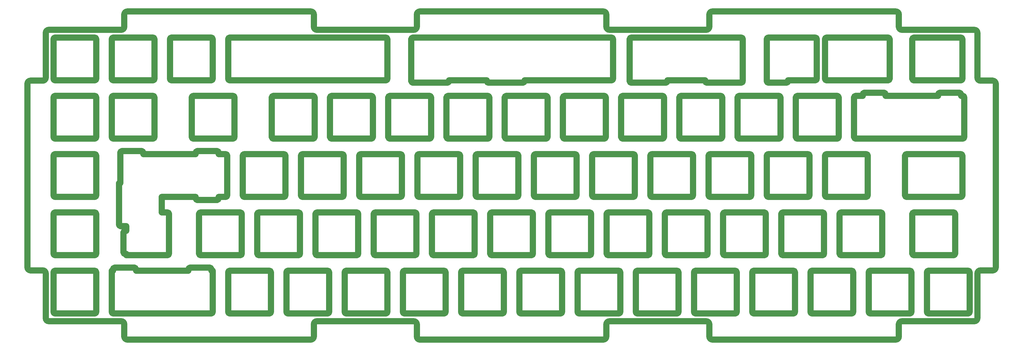
<source format=gbr>
G04 #@! TF.GenerationSoftware,KiCad,Pcbnew,(5.1.10)-1*
G04 #@! TF.CreationDate,2022-05-31T17:31:57+07:00*
G04 #@! TF.ProjectId,FR4 Plate,46523420-506c-4617-9465-2e6b69636164,rev?*
G04 #@! TF.SameCoordinates,Original*
G04 #@! TF.FileFunction,Soldermask,Bot*
G04 #@! TF.FilePolarity,Negative*
%FSLAX46Y46*%
G04 Gerber Fmt 4.6, Leading zero omitted, Abs format (unit mm)*
G04 Created by KiCad (PCBNEW (5.1.10)-1) date 2022-05-31 17:31:57*
%MOMM*%
%LPD*%
G01*
G04 APERTURE LIST*
%ADD10C,2.000000*%
G04 APERTURE END LIST*
D10*
X-26699999Y6024999D02*
G75*
G02*
X-25699999Y5024999I0J-1000000D01*
G01*
X-86700000Y6024999D02*
X-26699999Y6024999D01*
X-87700000Y5024999D02*
G75*
G02*
X-86700000Y6024999I1000000J0D01*
G01*
X-87700000Y1024999D02*
X-87700000Y5024999D01*
X-87700001Y1024999D02*
G75*
G02*
X-88700000Y25000I-999999J0D01*
G01*
X-120400000Y24999D02*
X-88700000Y25000D01*
X-120400000Y24999D02*
G75*
G02*
X-121400000Y1024999I0J1000000D01*
G01*
X-121400000Y5024999D02*
X-121400000Y1024999D01*
X-122399999Y6025000D02*
G75*
G02*
X-121400000Y5024999I-1J-1000000D01*
G01*
X-182400000Y6024999D02*
X-122400000Y6025000D01*
X-183400000Y5024999D02*
G75*
G02*
X-182400000Y6024999I1000000J0D01*
G01*
X-183400000Y1024999D02*
X-183400000Y5024999D01*
X-183400001Y1024999D02*
G75*
G02*
X-184400000Y25000I-999999J0D01*
G01*
X-216099999Y24999D02*
X-184400000Y25000D01*
X-216099999Y24999D02*
G75*
G02*
X-217099999Y1024999I0J1000000D01*
G01*
X-217099999Y5024999D02*
X-217099999Y1024999D01*
X-218100000Y6025000D02*
G75*
G02*
X-217099999Y5024999I0J-1000001D01*
G01*
X-278099999Y6024999D02*
X-218100000Y6024999D01*
X-279100000Y5025000D02*
G75*
G02*
X-278099999Y6024999I1000000J-1D01*
G01*
X-279100000Y1024999D02*
X-279100000Y5024999D01*
X-279100001Y1025000D02*
G75*
G02*
X-280099999Y25000I-999999J-1D01*
G01*
X-303800000Y25000D02*
X-280099999Y25000D01*
X-304799999Y-975001D02*
G75*
G02*
X-303800000Y25000I1000000J1D01*
G01*
X-304800000Y-15599999D02*
X-304800000Y-975000D01*
X-304800000Y-15599999D02*
G75*
G02*
X-305800000Y-16599999I-1000000J0D01*
G01*
X-309799999Y-16599999D02*
X-305800000Y-16599999D01*
X-310800000Y-17600000D02*
G75*
G02*
X-309799999Y-16599999I1000001J0D01*
G01*
X-310799999Y-77599999D02*
X-310799999Y-17599999D01*
X-309800000Y-78600000D02*
G75*
G02*
X-310799999Y-77599999I1J1000000D01*
G01*
X-305800000Y-78600000D02*
X-309799999Y-78600000D01*
X-305800000Y-78600000D02*
G75*
G02*
X-304800000Y-79600000I0J-1000000D01*
G01*
X-304800000Y-94225000D02*
X-304800000Y-79600000D01*
X-303799998Y-95225000D02*
G75*
G02*
X-304800000Y-94225000I-1J1000001D01*
G01*
X-280099999Y-95224999D02*
X-303800000Y-95225000D01*
X-280099998Y-95224999D02*
G75*
G02*
X-279099999Y-96225000I-1J-1000000D01*
G01*
X-279099999Y-100225000D02*
X-279099999Y-96225000D01*
X-278099998Y-101224999D02*
G75*
G02*
X-279099999Y-100225000I-1J1000000D01*
G01*
X-218100000Y-101225000D02*
X-278099999Y-101225000D01*
X-217099999Y-100224999D02*
G75*
G02*
X-218100000Y-101225000I-1000001J0D01*
G01*
X-217099999Y-96225000D02*
X-217099999Y-100224999D01*
X-217099998Y-96224999D02*
G75*
G02*
X-216099999Y-95225000I999999J0D01*
G01*
X-184400000Y-95224999D02*
X-216099999Y-95225000D01*
X-184399999Y-95224999D02*
G75*
G02*
X-183400000Y-96225000I-1J-1000000D01*
G01*
X-183400000Y-100225000D02*
X-183400000Y-96225000D01*
X-182399999Y-101224999D02*
G75*
G02*
X-183400000Y-100225000I-1J1000000D01*
G01*
X-122400000Y-101225000D02*
X-182400000Y-101225000D01*
X-121400000Y-100225000D02*
G75*
G02*
X-122400000Y-101225000I-1000000J0D01*
G01*
X-121400000Y-96225000D02*
X-121400000Y-100224999D01*
X-121399999Y-96224999D02*
G75*
G02*
X-120400000Y-95225000I999999J0D01*
G01*
X-88700000Y-95225000D02*
X-120400000Y-95225000D01*
X-88699999Y-95225000D02*
G75*
G02*
X-87699999Y-96225000I0J-1000000D01*
G01*
X-87699999Y-100225000D02*
X-87699999Y-96225000D01*
X-86699999Y-101225000D02*
G75*
G02*
X-87699999Y-100225000I0J1000000D01*
G01*
X-26700000Y-101225000D02*
X-86699999Y-101225000D01*
X-25699999Y-100224999D02*
G75*
G02*
X-26700000Y-101225000I-1000001J0D01*
G01*
X-25699999Y-96225000D02*
X-25699999Y-100224999D01*
X-25699998Y-96224999D02*
G75*
G02*
X-24699999Y-95225000I999999J0D01*
G01*
X-1000000Y-95225000D02*
X-24699999Y-95225000D01*
X0Y-94225000D02*
G75*
G02*
X-1000000Y-95225000I-1000000J0D01*
G01*
X0Y-79600000D02*
X0Y-94225000D01*
X0Y-79600000D02*
G75*
G02*
X1000000Y-78600000I1000000J0D01*
G01*
X4999999Y-78600000D02*
X1000000Y-78600000D01*
X5999999Y-77600000D02*
G75*
G02*
X4999999Y-78600000I-1000000J0D01*
G01*
X5999999Y-17599999D02*
X6000000Y-77599999D01*
X4999999Y-16599999D02*
G75*
G02*
X5999999Y-17599999I0J-1000000D01*
G01*
X1000000Y-16599999D02*
X4999999Y-16599999D01*
X1000000Y-16599999D02*
G75*
G02*
X0Y-15599999I0J1000000D01*
G01*
X0Y-975000D02*
X0Y-15599999D01*
X-1000000Y25000D02*
G75*
G02*
X0Y-975000I0J-1000000D01*
G01*
X-24699999Y24999D02*
X-1000000Y24999D01*
X-24699999Y24999D02*
G75*
G02*
X-25699999Y1024999I0J1000000D01*
G01*
X-25699999Y5024999D02*
X-25699999Y1024999D01*
X-235599999Y-73150000D02*
X-235599999Y-60150000D01*
X-235099997Y-73650000D02*
G75*
G02*
X-235599999Y-73150000I-1J500001D01*
G01*
X-222099999Y-73650000D02*
X-235099999Y-73650000D01*
X-221599998Y-73149999D02*
G75*
G02*
X-222099999Y-73650000I-500001J0D01*
G01*
X-221599999Y-60150000D02*
X-221599999Y-73150000D01*
X-222099999Y-59650000D02*
G75*
G02*
X-221599999Y-60150000I0J-500000D01*
G01*
X-235099999Y-59650000D02*
X-222099999Y-59650000D01*
X-235599999Y-60150000D02*
G75*
G02*
X-235099999Y-59650000I500000J0D01*
G01*
X-212074999Y-79200000D02*
X-212074999Y-92200000D01*
X-212574997Y-78700000D02*
G75*
G02*
X-212074999Y-79200000I-1J-499999D01*
G01*
X-225574999Y-78700000D02*
X-212574999Y-78700000D01*
X-226074998Y-79199999D02*
G75*
G02*
X-225574999Y-78700000I499999J0D01*
G01*
X-226074999Y-92200000D02*
X-226074998Y-79200000D01*
X-225574999Y-92700000D02*
G75*
G02*
X-226074999Y-92200000I0J500000D01*
G01*
X-212574999Y-92700000D02*
X-225574999Y-92700000D01*
X-212074999Y-92200000D02*
G75*
G02*
X-212574999Y-92700000I-500000J0D01*
G01*
X-69199999Y-73150001D02*
G75*
G02*
X-69700000Y-73650000I-500000J1D01*
G01*
X-82699999Y-73650000D02*
X-69700000Y-73650000D01*
X-82700000Y-73650000D02*
G75*
G02*
X-83200000Y-73150000I0J500000D01*
G01*
X-83200000Y-60150000D02*
X-83200000Y-73150000D01*
X-83200000Y-60149999D02*
G75*
G02*
X-82699999Y-59650000I500000J-1D01*
G01*
X-69700000Y-59650000D02*
X-82699999Y-59650000D01*
X-69700000Y-59650000D02*
G75*
G02*
X-69200000Y-60150000I0J-500000D01*
G01*
X-69200000Y-73150000D02*
X-69200000Y-60150000D01*
X-50650000Y-73650000D02*
X-63650000Y-73650000D01*
X-50149999Y-73150001D02*
G75*
G02*
X-50650000Y-73650000I-500000J1D01*
G01*
X-50150000Y-60150000D02*
X-50150000Y-73150000D01*
X-50649999Y-59650001D02*
G75*
G02*
X-50150000Y-60150000I0J-499999D01*
G01*
X-63650000Y-59650000D02*
X-50650000Y-59650000D01*
X-64150000Y-60150000D02*
G75*
G02*
X-63650000Y-59650000I500000J0D01*
G01*
X-64150000Y-73150000D02*
X-64150000Y-60150000D01*
X-63650000Y-73650000D02*
G75*
G02*
X-64150000Y-73150000I0J500000D01*
G01*
X-257030999Y-35050000D02*
X-257030998Y-22050000D01*
X-256530998Y-35549999D02*
G75*
G02*
X-257030999Y-35050000I-1J500000D01*
G01*
X-243530999Y-35550000D02*
X-256530999Y-35550000D01*
X-243030998Y-35049999D02*
G75*
G02*
X-243530999Y-35550000I-500001J0D01*
G01*
X-243030999Y-22050000D02*
X-243030999Y-35050000D01*
X-243530999Y-21550000D02*
G75*
G02*
X-243030999Y-22050000I0J-500000D01*
G01*
X-256530999Y-21550001D02*
X-243530999Y-21549999D01*
X-257030998Y-22050000D02*
G75*
G02*
X-256530999Y-21550001I499999J0D01*
G01*
X-73675000Y-92200000D02*
X-73675000Y-79200000D01*
X-73175000Y-92700000D02*
G75*
G02*
X-73675000Y-92200000I0J500000D01*
G01*
X-60175000Y-92700000D02*
X-73175000Y-92700000D01*
X-59675000Y-92200000D02*
G75*
G02*
X-60175000Y-92700000I-500000J0D01*
G01*
X-59675000Y-79200000D02*
X-59675000Y-92200000D01*
X-60174999Y-78700001D02*
G75*
G02*
X-59675000Y-79200000I0J-499999D01*
G01*
X-73175000Y-78700000D02*
X-60175000Y-78700000D01*
X-73675000Y-79200000D02*
G75*
G02*
X-73175000Y-78700000I500000J0D01*
G01*
X-254649999Y-60150000D02*
G75*
G02*
X-254149999Y-59650000I500000J0D01*
G01*
X-241149999Y-59650000D02*
X-254149999Y-59650000D01*
X-241149997Y-59650000D02*
G75*
G02*
X-240649999Y-60150000I-1J-499999D01*
G01*
X-240649999Y-73150000D02*
X-240649999Y-60150000D01*
X-240649999Y-73150000D02*
G75*
G02*
X-241149999Y-73650000I-500000J0D01*
G01*
X-254149999Y-73649999D02*
X-241149999Y-73650000D01*
X-254149999Y-73650000D02*
G75*
G02*
X-254649999Y-73150000I0J500000D01*
G01*
X-254649999Y-60150000D02*
X-254649999Y-73150000D01*
X-111275000Y-92700000D02*
G75*
G02*
X-111775000Y-92200000I0J500000D01*
G01*
X-111775000Y-79200000D02*
X-111775000Y-92200000D01*
X-111775000Y-79200000D02*
G75*
G02*
X-111275000Y-78700000I500000J0D01*
G01*
X-98275000Y-78700000D02*
X-111275000Y-78700000D01*
X-98275000Y-78700000D02*
G75*
G02*
X-97775000Y-79200000I0J-500000D01*
G01*
X-97775000Y-92200000D02*
X-97775000Y-79200000D01*
X-97775000Y-92200000D02*
G75*
G02*
X-98275000Y-92700000I-500000J0D01*
G01*
X-111275000Y-92700000D02*
X-98275000Y-92700000D01*
X-101749998Y-73650000D02*
G75*
G02*
X-102250000Y-73150000I-1J500001D01*
G01*
X-102250000Y-60150000D02*
X-102250000Y-73150000D01*
X-102250000Y-60150000D02*
G75*
G02*
X-101750000Y-59650000I500000J0D01*
G01*
X-88750000Y-59650000D02*
X-101750000Y-59650000D01*
X-88749998Y-59650000D02*
G75*
G02*
X-88250000Y-60150000I-1J-499999D01*
G01*
X-88250000Y-73150000D02*
X-88250000Y-60150000D01*
X-88250000Y-73150000D02*
G75*
G02*
X-88750000Y-73650000I-500000J0D01*
G01*
X-101750000Y-73650000D02*
X-88750000Y-73650000D01*
X-120800000Y-73650000D02*
G75*
G02*
X-121300000Y-73150000I0J500000D01*
G01*
X-121300000Y-60150000D02*
X-121300000Y-73150000D01*
X-121300000Y-60150000D02*
G75*
G02*
X-120800000Y-59650000I500000J0D01*
G01*
X-107800000Y-59650000D02*
X-120800000Y-59650000D01*
X-107799999Y-59649999D02*
G75*
G02*
X-107300000Y-60150000I-1J-500000D01*
G01*
X-107300000Y-73150000D02*
X-107300000Y-60150000D01*
X-107300000Y-73150000D02*
G75*
G02*
X-107800000Y-73650000I-500000J0D01*
G01*
X-120800000Y-73650000D02*
X-107800000Y-73650000D01*
X-193024998Y-92200001D02*
G75*
G02*
X-193524999Y-92700000I-500000J1D01*
G01*
X-206524999Y-92699999D02*
X-193524999Y-92700000D01*
X-206524999Y-92699999D02*
G75*
G02*
X-207024998Y-92200000I0J499999D01*
G01*
X-207024998Y-79200000D02*
X-207024998Y-92200000D01*
X-207024998Y-79200001D02*
G75*
G02*
X-206524999Y-78700000I500000J1D01*
G01*
X-193524999Y-78700000D02*
X-206524999Y-78700000D01*
X-193524997Y-78700000D02*
G75*
G02*
X-193024999Y-79200000I-1J-499999D01*
G01*
X-193024999Y-92200000D02*
X-193024999Y-79200000D01*
X-5405998Y-2500000D02*
G75*
G02*
X-4905999Y-3000001I-1J-500000D01*
G01*
X-4905999Y-16000001D02*
X-4905999Y-3000001D01*
X-4905999Y-16000001D02*
G75*
G02*
X-5405999Y-16500001I-500000J0D01*
G01*
X-20788000Y-16500001D02*
X-5405999Y-16500001D01*
X-20788000Y-16500001D02*
G75*
G02*
X-21288000Y-16000001I0J500000D01*
G01*
X-21288000Y-3000001D02*
X-21288000Y-16000001D01*
X-21288000Y-3000001D02*
G75*
G02*
X-20788000Y-2500001I500000J0D01*
G01*
X-5405999Y-2500001D02*
X-20788000Y-2500001D01*
X-202549999Y-73150000D02*
G75*
G02*
X-203049999Y-73650000I-500000J0D01*
G01*
X-216049999Y-73650000D02*
X-203049999Y-73650000D01*
X-216049998Y-73649999D02*
G75*
G02*
X-216549999Y-73150000I-1J500000D01*
G01*
X-216549999Y-60150000D02*
X-216549999Y-73150000D01*
X-216549998Y-60150001D02*
G75*
G02*
X-216049999Y-59650000I500000J1D01*
G01*
X-203049999Y-59650000D02*
X-216049999Y-59650000D01*
X-203049999Y-59650000D02*
G75*
G02*
X-202549999Y-60150000I0J-500000D01*
G01*
X-202549999Y-73150000D02*
X-202549999Y-60150000D01*
X-2524999Y-92199999D02*
G75*
G02*
X-3025000Y-92700000I-500001J0D01*
G01*
X-16024999Y-92700000D02*
X-3025000Y-92700000D01*
X-16025000Y-92699999D02*
G75*
G02*
X-16524999Y-92200000I0J499999D01*
G01*
X-16524999Y-79200000D02*
X-16524999Y-92200000D01*
X-16524999Y-79199998D02*
G75*
G02*
X-16024999Y-78700000I499999J-1D01*
G01*
X-3025000Y-78700000D02*
X-16024999Y-78700000D01*
X-3024999Y-78700000D02*
G75*
G02*
X-2524999Y-79200000I0J-500000D01*
G01*
X-2524999Y-92200000D02*
X-2524999Y-79200000D01*
X-288274999Y-35050000D02*
G75*
G02*
X-288774999Y-35550000I-500000J0D01*
G01*
X-301774999Y-35550000D02*
X-288774999Y-35550000D01*
X-301774999Y-35550000D02*
G75*
G02*
X-302274999Y-35050000I0J500000D01*
G01*
X-302274998Y-22050000D02*
X-302274999Y-35050000D01*
X-302274998Y-22050000D02*
G75*
G02*
X-301774999Y-21550001I499999J0D01*
G01*
X-288774999Y-21550000D02*
X-301774999Y-21550001D01*
X-288774999Y-21549999D02*
G75*
G02*
X-288274999Y-22049999I0J-500000D01*
G01*
X-288274999Y-35050000D02*
X-288274999Y-22049999D01*
X-40337000Y-35050000D02*
X-40336999Y-22050000D01*
X-39837000Y-35550000D02*
G75*
G02*
X-40337000Y-35050000I0J500000D01*
G01*
X-4786999Y-35550000D02*
X-39837000Y-35550000D01*
X-4286999Y-35050000D02*
G75*
G02*
X-4786999Y-35550000I-500000J0D01*
G01*
X-4286999Y-22050000D02*
X-4286999Y-35050000D01*
X-4786999Y-21550000D02*
G75*
G02*
X-4286999Y-22050000I0J-500000D01*
G01*
X-5330999Y-21550001D02*
X-4787000Y-21550000D01*
X-5330999Y-21080001D02*
X-5330999Y-21550001D01*
X-5831000Y-20580000D02*
G75*
G02*
X-5330999Y-21080001I0J-500001D01*
G01*
X-12355999Y-20580001D02*
X-5830999Y-20580001D01*
X-12855999Y-21080001D02*
G75*
G02*
X-12355999Y-20580001I500000J0D01*
G01*
X-12856000Y-21550001D02*
X-12855999Y-21080001D01*
X-30006000Y-21550001D02*
X-12856000Y-21550001D01*
X-30006000Y-21080001D02*
X-30006000Y-21550001D01*
X-30506000Y-20580001D02*
G75*
G02*
X-30006000Y-21080001I0J-500000D01*
G01*
X-37031000Y-20580001D02*
X-30506000Y-20580001D01*
X-37531000Y-21080001D02*
G75*
G02*
X-37031000Y-20580001I500000J0D01*
G01*
X-37530999Y-21550001D02*
X-37531000Y-21080001D01*
X-39837000Y-21550001D02*
X-37530999Y-21550001D01*
X-40336999Y-22050000D02*
G75*
G02*
X-39837000Y-21550001I499999J0D01*
G01*
X-22074999Y-92700000D02*
X-35075000Y-92700000D01*
X-21575000Y-92199999D02*
G75*
G02*
X-22074999Y-92700000I-500000J-1D01*
G01*
X-21574999Y-79200000D02*
X-21574999Y-92200000D01*
X-22074999Y-78700000D02*
G75*
G02*
X-21574999Y-79200000I0J-500000D01*
G01*
X-35075000Y-78700000D02*
X-22074999Y-78700000D01*
X-35574999Y-79199999D02*
G75*
G02*
X-35075000Y-78700000I499999J0D01*
G01*
X-35574999Y-92200000D02*
X-35574999Y-79200000D01*
X-35074999Y-92700000D02*
G75*
G02*
X-35574999Y-92200000I0J500000D01*
G01*
X-31600000Y-59650000D02*
G75*
G02*
X-31100000Y-60150000I0J-500000D01*
G01*
X-31100000Y-73150000D02*
X-31100000Y-60150000D01*
X-31099999Y-73150001D02*
G75*
G02*
X-31600000Y-73650000I-500000J1D01*
G01*
X-44600000Y-73650000D02*
X-31600000Y-73650000D01*
X-44599998Y-73649999D02*
G75*
G02*
X-45099999Y-73150000I-1J500000D01*
G01*
X-45099999Y-60150000D02*
X-45099999Y-73150000D01*
X-45099999Y-60149999D02*
G75*
G02*
X-44600000Y-59650000I499999J0D01*
G01*
X-31600000Y-59650000D02*
X-44600000Y-59650000D01*
X-52531000Y-3000001D02*
X-52531000Y-16000001D01*
X-53031000Y-2500001D02*
G75*
G02*
X-52531000Y-3000001I0J-500000D01*
G01*
X-68413000Y-2500001D02*
X-53031000Y-2500001D01*
X-68912999Y-3000000D02*
G75*
G02*
X-68413000Y-2500001I499999J0D01*
G01*
X-68913000Y-16762001D02*
X-68913000Y-3000001D01*
X-68413000Y-17262001D02*
G75*
G02*
X-68913000Y-16762001I0J500000D01*
G01*
X-62430065Y-17262001D02*
X-68413000Y-17262001D01*
X-61930065Y-16762001D02*
G75*
G02*
X-62430065Y-17262001I-500000J0D01*
G01*
X-61930065Y-16500001D02*
X-61930065Y-16762001D01*
X-53031000Y-16500001D02*
X-61930065Y-16500001D01*
X-52530999Y-16000002D02*
G75*
G02*
X-53031000Y-16500001I-500000J1D01*
G01*
X-288274999Y-3000000D02*
X-288274999Y-16000000D01*
X-288774998Y-2499999D02*
G75*
G02*
X-288274999Y-3000000I-1J-500000D01*
G01*
X-301774999Y-2500001D02*
X-288774999Y-2499999D01*
X-302274998Y-3000000D02*
G75*
G02*
X-301774999Y-2500001I499999J0D01*
G01*
X-302274999Y-16000000D02*
X-302274998Y-3000000D01*
X-301774999Y-16500000D02*
G75*
G02*
X-302274999Y-16000000I0J500000D01*
G01*
X-288774999Y-16500000D02*
X-301774999Y-16500000D01*
X-288274999Y-16000000D02*
G75*
G02*
X-288774999Y-16500000I-500000J0D01*
G01*
X-282724999Y-2500001D02*
X-269724999Y-2500000D01*
X-283224999Y-3000001D02*
G75*
G02*
X-282724999Y-2500001I500000J0D01*
G01*
X-283224999Y-16000001D02*
X-283224999Y-3000001D01*
X-282724998Y-16500000D02*
G75*
G02*
X-283224999Y-16000001I-1J500000D01*
G01*
X-269724999Y-16500001D02*
X-282724999Y-16500001D01*
X-269224998Y-16000000D02*
G75*
G02*
X-269724999Y-16500001I-500001J0D01*
G01*
X-269224999Y-3000001D02*
X-269224999Y-16000001D01*
X-269724998Y-2500000D02*
G75*
G02*
X-269224999Y-3000001I-1J-500000D01*
G01*
X-275774999Y-77730000D02*
G75*
G02*
X-275274999Y-78230000I0J-500000D01*
G01*
X-275274999Y-78700000D02*
X-275274999Y-78230000D01*
X-258124999Y-78700000D02*
X-275274999Y-78700000D01*
X-258124999Y-78230000D02*
X-258124999Y-78700000D01*
X-258124998Y-78230001D02*
G75*
G02*
X-257624999Y-77730000I500000J1D01*
G01*
X-251099998Y-77730000D02*
X-257624999Y-77730000D01*
X-251099999Y-77730000D02*
G75*
G02*
X-250599999Y-78230000I0J-500000D01*
G01*
X-250599999Y-78700000D02*
X-250599999Y-78230000D01*
X-250174999Y-78700000D02*
X-250599999Y-78700000D01*
X-250174999Y-92200000D02*
X-250174999Y-78700000D01*
X-250174998Y-92200001D02*
G75*
G02*
X-250674999Y-92700000I-500000J1D01*
G01*
X-282724999Y-92700000D02*
X-250674999Y-92700000D01*
X-282724998Y-92700001D02*
G75*
G02*
X-283224999Y-92200000I0J500001D01*
G01*
X-283224999Y-78700000D02*
X-283224999Y-92200000D01*
X-282799999Y-78700000D02*
X-283224999Y-78700000D01*
X-282799999Y-78230000D02*
X-282799999Y-78700000D01*
X-282799999Y-78230000D02*
G75*
G02*
X-282299999Y-77730000I500000J0D01*
G01*
X-275774999Y-77730000D02*
X-282299999Y-77730000D01*
X-288274998Y-92199999D02*
G75*
G02*
X-288774999Y-92700000I-500001J0D01*
G01*
X-301774999Y-92700000D02*
X-288774999Y-92700000D01*
X-301774999Y-92700000D02*
G75*
G02*
X-302274999Y-92200000I0J500000D01*
G01*
X-302274999Y-79200000D02*
X-302274999Y-92200000D01*
X-302274999Y-79200000D02*
G75*
G02*
X-301774999Y-78700000I500000J0D01*
G01*
X-288774999Y-78700000D02*
X-301774999Y-78700000D01*
X-288774998Y-78699999D02*
G75*
G02*
X-288274999Y-79200000I-1J-500000D01*
G01*
X-288274999Y-92200000D02*
X-288274999Y-79200000D01*
X-135586999Y-35050000D02*
X-135586998Y-22050000D01*
X-135086999Y-35550000D02*
G75*
G02*
X-135586999Y-35050000I0J500000D01*
G01*
X-122087000Y-35550000D02*
X-135086999Y-35550000D01*
X-121586999Y-35050001D02*
G75*
G02*
X-122087000Y-35550000I-500000J1D01*
G01*
X-121586999Y-22050000D02*
X-121587000Y-35050000D01*
X-122086999Y-21550000D02*
G75*
G02*
X-121586999Y-22050000I0J-500000D01*
G01*
X-135086999Y-21550001D02*
X-122087000Y-21550000D01*
X-135586998Y-22050000D02*
G75*
G02*
X-135086999Y-21550001I499999J0D01*
G01*
X-21287500Y-60149999D02*
G75*
G02*
X-20787499Y-59650000I500000J-1D01*
G01*
X-7787500Y-59650000D02*
X-20787499Y-59650000D01*
X-7787500Y-59649999D02*
G75*
G02*
X-7287499Y-60150000I0J-500001D01*
G01*
X-7287499Y-73150000D02*
X-7287499Y-60150000D01*
X-7287500Y-73149999D02*
G75*
G02*
X-7787499Y-73650000I-500000J-1D01*
G01*
X-20787499Y-73650000D02*
X-7787499Y-73650000D01*
X-20787499Y-73650001D02*
G75*
G02*
X-21287500Y-73150000I0J500001D01*
G01*
X-21287500Y-60150000D02*
X-21287500Y-73150000D01*
X-49863000Y-3000001D02*
G75*
G02*
X-49363000Y-2500001I500000J0D01*
G01*
X-29219000Y-2500001D02*
X-49363000Y-2500001D01*
X-29219000Y-2500001D02*
G75*
G02*
X-28719000Y-3000001I0J-500000D01*
G01*
X-28719000Y-16000001D02*
X-28719000Y-3000001D01*
X-28719000Y-16000002D02*
G75*
G02*
X-29219000Y-16500000I-499999J1D01*
G01*
X-49363000Y-16500001D02*
X-29219000Y-16500000D01*
X-49363000Y-16500001D02*
G75*
G02*
X-49863000Y-16000001I0J500000D01*
G01*
X-49863000Y-3000001D02*
X-49863000Y-16000001D01*
X-302274999Y-41100000D02*
G75*
G02*
X-301774999Y-40600000I500000J0D01*
G01*
X-288774999Y-40600000D02*
X-301774999Y-40600000D01*
X-288774998Y-40599999D02*
G75*
G02*
X-288274999Y-41100000I-1J-500000D01*
G01*
X-288274999Y-54100000D02*
X-288274999Y-41100000D01*
X-288274999Y-54100000D02*
G75*
G02*
X-288774999Y-54600000I-500000J0D01*
G01*
X-301774999Y-54600000D02*
X-288774999Y-54600000D01*
X-301774999Y-54600000D02*
G75*
G02*
X-302274999Y-54100000I0J500000D01*
G01*
X-302274999Y-41100000D02*
X-302274999Y-54100000D01*
X-5406192Y-54599708D02*
X-23168792Y-54599991D01*
X-4906199Y-54099709D02*
G75*
G02*
X-5406192Y-54599708I-500000J1D01*
G01*
X-4906200Y-41099708D02*
X-4906199Y-54099708D01*
X-5406208Y-40599708D02*
G75*
G02*
X-4906200Y-41099708I8J-500000D01*
G01*
X-23168808Y-40599992D02*
X-5406207Y-40599708D01*
X-23668799Y-41099993D02*
G75*
G02*
X-23168808Y-40599992I500000J1D01*
G01*
X-23668800Y-54099992D02*
X-23668800Y-41099992D01*
X-23168792Y-54599992D02*
G75*
G02*
X-23668800Y-54099992I-8J500000D01*
G01*
X-145112999Y-54100000D02*
X-145112999Y-41100000D01*
X-144612999Y-54600000D02*
G75*
G02*
X-145112999Y-54100000I0J500000D01*
G01*
X-131612999Y-54600000D02*
X-144612999Y-54600000D01*
X-131112999Y-54100000D02*
G75*
G02*
X-131612999Y-54600000I-500000J0D01*
G01*
X-131112999Y-41100000D02*
X-131112999Y-54100000D01*
X-131612999Y-40600000D02*
G75*
G02*
X-131112999Y-41100000I0J-500000D01*
G01*
X-144612999Y-40600000D02*
X-131612999Y-40599999D01*
X-145112999Y-41100000D02*
G75*
G02*
X-144612999Y-40600000I500000J0D01*
G01*
X-49862999Y-41099999D02*
G75*
G02*
X-49363000Y-40600000I499999J0D01*
G01*
X-36363000Y-40599999D02*
X-49363000Y-40600000D01*
X-36362999Y-40599999D02*
G75*
G02*
X-35863000Y-41100000I-1J-500000D01*
G01*
X-35863000Y-54100000D02*
X-35863000Y-41100000D01*
X-35862999Y-54100001D02*
G75*
G02*
X-36363000Y-54600000I-500000J1D01*
G01*
X-49363000Y-54600000D02*
X-36363000Y-54600000D01*
X-49363000Y-54600000D02*
G75*
G02*
X-49863000Y-54100000I0J500000D01*
G01*
X-49863000Y-41100000D02*
X-49863000Y-54100000D01*
X-58887000Y-21550001D02*
X-45887000Y-21550000D01*
X-59386999Y-22050000D02*
G75*
G02*
X-58887000Y-21550001I499999J0D01*
G01*
X-59387000Y-35050000D02*
X-59386999Y-22050000D01*
X-58887000Y-35550000D02*
G75*
G02*
X-59387000Y-35050000I0J500000D01*
G01*
X-45887000Y-35550000D02*
X-58887000Y-35550000D01*
X-45387000Y-35050000D02*
G75*
G02*
X-45887000Y-35550000I-500000J0D01*
G01*
X-45387000Y-22050000D02*
X-45387000Y-35050000D01*
X-45887000Y-21550000D02*
G75*
G02*
X-45387000Y-22050000I0J-500000D01*
G01*
X-107013000Y-54100000D02*
X-107013000Y-41100000D01*
X-106513000Y-54600000D02*
G75*
G02*
X-107013000Y-54100000I0J500000D01*
G01*
X-93513000Y-54600000D02*
X-106512999Y-54600000D01*
X-93013000Y-54100000D02*
G75*
G02*
X-93513000Y-54600000I-500000J0D01*
G01*
X-93013000Y-41100000D02*
X-93013000Y-54100000D01*
X-93512999Y-40600001D02*
G75*
G02*
X-93013000Y-41100000I0J-499999D01*
G01*
X-106513000Y-40600000D02*
X-93513000Y-40600000D01*
X-107013000Y-41100000D02*
G75*
G02*
X-106513000Y-40600000I500000J0D01*
G01*
X-173186999Y-21550001D02*
X-160186999Y-21550000D01*
X-173686998Y-22050000D02*
G75*
G02*
X-173186999Y-21550001I499999J0D01*
G01*
X-173686999Y-35050000D02*
X-173686998Y-22050000D01*
X-173186999Y-35550000D02*
G75*
G02*
X-173686999Y-35050000I0J500000D01*
G01*
X-160186999Y-35550000D02*
X-173186999Y-35550000D01*
X-159686999Y-35050000D02*
G75*
G02*
X-160186999Y-35550000I-500000J0D01*
G01*
X-159686999Y-22050000D02*
X-159686999Y-35050000D01*
X-160186999Y-21550000D02*
G75*
G02*
X-159686999Y-22050000I0J-500000D01*
G01*
X-163662999Y-54600000D02*
G75*
G02*
X-164162999Y-54100000I0J500000D01*
G01*
X-164162999Y-41100000D02*
X-164162999Y-54100000D01*
X-164162998Y-41099999D02*
G75*
G02*
X-163662999Y-40600000I499999J0D01*
G01*
X-150662999Y-40600000D02*
X-163662999Y-40600000D01*
X-150662999Y-40600000D02*
G75*
G02*
X-150162999Y-41100000I0J-500000D01*
G01*
X-150162999Y-54100000D02*
X-150162999Y-41100000D01*
X-150162999Y-54100000D02*
G75*
G02*
X-150662999Y-54600000I-500000J0D01*
G01*
X-163662999Y-54600000D02*
X-150662999Y-54600000D01*
X-155424999Y-78700000D02*
G75*
G02*
X-154924999Y-79200000I0J-500000D01*
G01*
X-154924999Y-92200000D02*
X-154924999Y-79200000D01*
X-154924999Y-92200000D02*
G75*
G02*
X-155424999Y-92700000I-500000J0D01*
G01*
X-168424999Y-92700000D02*
X-155424999Y-92700000D01*
X-168424999Y-92700000D02*
G75*
G02*
X-168924999Y-92200000I0J500000D01*
G01*
X-168924999Y-79200000D02*
X-168924999Y-92200000D01*
X-168924998Y-79199999D02*
G75*
G02*
X-168424999Y-78700000I499999J0D01*
G01*
X-155424999Y-78700000D02*
X-168424999Y-78700000D01*
X-148180999Y-16500001D02*
X-148180999Y-16762001D01*
X-119706000Y-16500001D02*
X-148180999Y-16500001D01*
X-119206000Y-16000001D02*
G75*
G02*
X-119706000Y-16500001I-500000J0D01*
G01*
X-119206000Y-3000001D02*
X-119206000Y-16000001D01*
X-119706000Y-2500001D02*
G75*
G02*
X-119206000Y-3000001I0J-500000D01*
G01*
X-184692999Y-2500001D02*
X-119706000Y-2500001D01*
X-185192998Y-3000000D02*
G75*
G02*
X-184692999Y-2500001I499999J0D01*
G01*
X-185192999Y-16762001D02*
X-185192998Y-3000001D01*
X-184692999Y-17262001D02*
G75*
G02*
X-185192999Y-16762001I0J500000D01*
G01*
X-173380999Y-17262001D02*
X-184692999Y-17262001D01*
X-172880997Y-16762001D02*
G75*
G02*
X-173380999Y-17262001I-500001J1D01*
G01*
X-172880999Y-16500001D02*
X-172880998Y-16762001D01*
X-160492999Y-16500001D02*
X-172880999Y-16500001D01*
X-160492999Y-16762001D02*
X-160492999Y-16500001D01*
X-159992998Y-17262000D02*
G75*
G02*
X-160492999Y-16762001I-1J500000D01*
G01*
X-148680999Y-17262000D02*
X-159992999Y-17262000D01*
X-148181000Y-16762001D02*
G75*
G02*
X-148680999Y-17262000I-499999J0D01*
G01*
X-173974998Y-92200001D02*
G75*
G02*
X-174474999Y-92700000I-500000J1D01*
G01*
X-187474999Y-92700000D02*
X-174474999Y-92700000D01*
X-187474999Y-92700000D02*
G75*
G02*
X-187974999Y-92200000I0J500000D01*
G01*
X-187974999Y-79200000D02*
X-187974999Y-92200000D01*
X-187974999Y-79200000D02*
G75*
G02*
X-187474999Y-78700000I500000J0D01*
G01*
X-174474999Y-78700000D02*
X-187474999Y-78700000D01*
X-174474997Y-78700000D02*
G75*
G02*
X-173974999Y-79200000I-1J-499999D01*
G01*
X-173974999Y-92200000D02*
X-173974999Y-79200000D01*
X-74462998Y-40600000D02*
G75*
G02*
X-73963000Y-41100000I-1J-499999D01*
G01*
X-73963000Y-54100000D02*
X-73963000Y-41100000D01*
X-73962999Y-54100001D02*
G75*
G02*
X-74463000Y-54600000I-500000J1D01*
G01*
X-87463000Y-54600000D02*
X-74463000Y-54600000D01*
X-87463000Y-54600000D02*
G75*
G02*
X-87963000Y-54100000I0J500000D01*
G01*
X-87963000Y-41100000D02*
X-87963000Y-54100000D01*
X-87962999Y-41099999D02*
G75*
G02*
X-87463000Y-40600000I499999J0D01*
G01*
X-74463000Y-40600000D02*
X-87463000Y-40600000D01*
X-126063000Y-41100000D02*
G75*
G02*
X-125563000Y-40600000I500000J0D01*
G01*
X-112563000Y-40600000D02*
X-125563000Y-40600000D01*
X-112563000Y-40600000D02*
G75*
G02*
X-112063000Y-41100000I0J-500000D01*
G01*
X-112063000Y-54100000D02*
X-112063000Y-41100000D01*
X-112062999Y-54099999D02*
G75*
G02*
X-112563000Y-54600000I-500001J0D01*
G01*
X-125563000Y-54600000D02*
X-112563000Y-54600000D01*
X-125563000Y-54600000D02*
G75*
G02*
X-126063000Y-54100000I0J500000D01*
G01*
X-126063000Y-41100000D02*
X-126063000Y-54100000D01*
X-216836999Y-22050000D02*
X-216836998Y-35050000D01*
X-217336998Y-21550001D02*
G75*
G02*
X-216836999Y-22050000I0J-499999D01*
G01*
X-230336999Y-21550001D02*
X-217336999Y-21550000D01*
X-230836998Y-22050000D02*
G75*
G02*
X-230336999Y-21550001I499999J0D01*
G01*
X-230836999Y-35050000D02*
X-230836998Y-22050000D01*
X-230336999Y-35550000D02*
G75*
G02*
X-230836999Y-35050000I0J500000D01*
G01*
X-217336999Y-35550000D02*
X-230336999Y-35550000D01*
X-216836998Y-35049999D02*
G75*
G02*
X-217336999Y-35550000I-500001J0D01*
G01*
X-245124999Y-92200000D02*
X-245124999Y-79200000D01*
X-244624998Y-92700001D02*
G75*
G02*
X-245124999Y-92200000I0J500001D01*
G01*
X-231624999Y-92700000D02*
X-244624999Y-92700000D01*
X-231124999Y-92200000D02*
G75*
G02*
X-231624999Y-92700000I-500000J0D01*
G01*
X-231124999Y-79200000D02*
X-231124999Y-92200000D01*
X-231624997Y-78700000D02*
G75*
G02*
X-231124999Y-79200000I-1J-499999D01*
G01*
X-244624999Y-78700000D02*
X-231624999Y-78700000D01*
X-245124998Y-79199999D02*
G75*
G02*
X-244624999Y-78700000I499999J0D01*
G01*
X-145899999Y-73650000D02*
X-158899999Y-73650000D01*
X-145399999Y-73150000D02*
G75*
G02*
X-145899999Y-73650000I-500000J0D01*
G01*
X-145399999Y-60150000D02*
X-145399999Y-73150000D01*
X-145899999Y-59650000D02*
G75*
G02*
X-145399999Y-60150000I0J-500000D01*
G01*
X-158899999Y-59650000D02*
X-145899999Y-59650000D01*
X-159399999Y-60150000D02*
G75*
G02*
X-158899999Y-59650000I500000J0D01*
G01*
X-159399999Y-73150000D02*
X-159399999Y-60150000D01*
X-158899999Y-73650000D02*
G75*
G02*
X-159399999Y-73150000I0J500000D01*
G01*
X-135874999Y-92200000D02*
G75*
G02*
X-136374999Y-92700000I-500000J0D01*
G01*
X-149374999Y-92700000D02*
X-136374999Y-92700000D01*
X-149374997Y-92700000D02*
G75*
G02*
X-149874999Y-92200000I-1J500001D01*
G01*
X-149874999Y-79200000D02*
X-149874999Y-92200000D01*
X-149874999Y-79200000D02*
G75*
G02*
X-149374999Y-78700000I500000J0D01*
G01*
X-136374999Y-78700000D02*
X-149374999Y-78700000D01*
X-136374999Y-78700000D02*
G75*
G02*
X-135874999Y-79200000I0J-500000D01*
G01*
X-135874999Y-92200000D02*
X-135874999Y-79200000D01*
X-68913000Y-41100000D02*
G75*
G02*
X-68413000Y-40600000I500000J0D01*
G01*
X-55413000Y-40600000D02*
X-68413000Y-40600000D01*
X-55413000Y-40600000D02*
G75*
G02*
X-54913000Y-41100000I0J-500000D01*
G01*
X-54913000Y-54100000D02*
X-54913000Y-41100000D01*
X-54913000Y-54100000D02*
G75*
G02*
X-55413000Y-54600000I-500000J0D01*
G01*
X-68413000Y-54600000D02*
X-55413000Y-54600000D01*
X-68413000Y-54600000D02*
G75*
G02*
X-68913000Y-54100000I0J500000D01*
G01*
X-68913000Y-41100000D02*
X-68913000Y-54100000D01*
X-126349999Y-73150000D02*
G75*
G02*
X-126849999Y-73650000I-500000J0D01*
G01*
X-139849999Y-73650000D02*
X-126849999Y-73650000D01*
X-139849999Y-73650000D02*
G75*
G02*
X-140349999Y-73150000I0J500000D01*
G01*
X-140349999Y-60150000D02*
X-140349999Y-73150000D01*
X-140349998Y-60149999D02*
G75*
G02*
X-139849999Y-59650000I499999J0D01*
G01*
X-126849999Y-59650001D02*
X-139849999Y-59650000D01*
X-126849998Y-59650000D02*
G75*
G02*
X-126350000Y-60150000I-1J-499999D01*
G01*
X-126349999Y-73150000D02*
X-126350000Y-60150000D01*
X-130324999Y-92700000D02*
G75*
G02*
X-130824999Y-92200000I0J500000D01*
G01*
X-130824998Y-79200000D02*
X-130824999Y-92200000D01*
X-130824998Y-79200001D02*
G75*
G02*
X-130324999Y-78700000I500000J1D01*
G01*
X-117325000Y-78700000D02*
X-130324999Y-78700000D01*
X-117325000Y-78700000D02*
G75*
G02*
X-116825000Y-79200000I0J-500000D01*
G01*
X-116825000Y-92200000D02*
X-116825000Y-79200000D01*
X-116825000Y-92200000D02*
G75*
G02*
X-117325000Y-92700000I-500000J0D01*
G01*
X-130324999Y-92700000D02*
X-117325000Y-92700000D01*
X-266844999Y-59650000D02*
X-264961999Y-59650000D01*
X-266844999Y-54600000D02*
X-266844999Y-59650000D01*
X-255743999Y-54599482D02*
X-266844999Y-54600000D01*
X-255743999Y-55068000D02*
X-255743999Y-54599482D01*
X-255243999Y-55568000D02*
G75*
G02*
X-255743999Y-55068000I0J500000D01*
G01*
X-248718999Y-55568000D02*
X-255243999Y-55567999D01*
X-248218998Y-55068001D02*
G75*
G02*
X-248718999Y-55568000I-500000J1D01*
G01*
X-248218999Y-54599131D02*
X-248218999Y-55068000D01*
X-245913976Y-54599024D02*
X-248218999Y-54599131D01*
X-245413997Y-54099024D02*
G75*
G02*
X-245913976Y-54599024I-500001J1D01*
G01*
X-245413999Y-41099000D02*
X-245413998Y-54099024D01*
X-245913998Y-40598999D02*
G75*
G02*
X-245413999Y-41099000I-1J-500000D01*
G01*
X-248218999Y-40599000D02*
X-245913999Y-40598999D01*
X-248218999Y-40130000D02*
X-248218999Y-40599000D01*
X-248718999Y-39630000D02*
G75*
G02*
X-248218999Y-40130000I0J-500000D01*
G01*
X-255243999Y-39630000D02*
X-248718999Y-39629999D01*
X-255743998Y-40129999D02*
G75*
G02*
X-255243999Y-39630000I499999J0D01*
G01*
X-255743999Y-40599000D02*
X-255743999Y-40130000D01*
X-272893999Y-40599000D02*
X-255743999Y-40599000D01*
X-272893999Y-40129999D02*
X-272893999Y-40599000D01*
X-273393999Y-39629999D02*
G75*
G02*
X-272893999Y-40129999I0J-500000D01*
G01*
X-279918999Y-39630000D02*
X-273393999Y-39629999D01*
X-280418999Y-40130000D02*
G75*
G02*
X-279918999Y-39630000I500000J0D01*
G01*
X-280418999Y-50124000D02*
X-280418999Y-40130000D01*
X-280844999Y-50124000D02*
X-280418999Y-50124000D01*
X-280844999Y-63624000D02*
X-280844999Y-50124000D01*
X-280344998Y-64123999D02*
G75*
G02*
X-280844999Y-63624000I-1J500000D01*
G01*
X-278461999Y-64124000D02*
X-280344999Y-64124000D01*
X-278461999Y-65699400D02*
X-278461999Y-64124000D01*
X-278874999Y-65699400D02*
X-278461999Y-65699400D01*
X-279374999Y-66199400D02*
G75*
G02*
X-278874999Y-65699400I500000J0D01*
G01*
X-279374999Y-72724400D02*
X-279374999Y-66199400D01*
X-278874999Y-73224400D02*
G75*
G02*
X-279374999Y-72724400I0J500000D01*
G01*
X-278461999Y-73224400D02*
X-278874999Y-73224400D01*
X-278461999Y-73650000D02*
X-278461999Y-73224400D01*
X-264961999Y-73650000D02*
X-278461999Y-73650000D01*
X-264461999Y-73150000D02*
G75*
G02*
X-264961999Y-73650000I-500000J0D01*
G01*
X-264461999Y-60150000D02*
X-264461999Y-73150000D01*
X-264961998Y-59649999D02*
G75*
G02*
X-264461999Y-60150000I-1J-500000D01*
G01*
X-202262999Y-54100000D02*
X-202262999Y-41100000D01*
X-201762999Y-54600000D02*
G75*
G02*
X-202262999Y-54100000I0J500000D01*
G01*
X-188762998Y-54600000D02*
X-201762999Y-54600000D01*
X-188262999Y-54099999D02*
G75*
G02*
X-188762998Y-54600000I-500000J-1D01*
G01*
X-188262999Y-41100000D02*
X-188262999Y-54100000D01*
X-188762999Y-40600000D02*
G75*
G02*
X-188262999Y-41100000I0J-500000D01*
G01*
X-201762999Y-40600000D02*
X-188762998Y-40600000D01*
X-202262998Y-41099999D02*
G75*
G02*
X-201762999Y-40600000I499999J0D01*
G01*
X-245124999Y-16000001D02*
X-245124998Y-3000001D01*
X-244624997Y-16500001D02*
G75*
G02*
X-245124999Y-16000001I-1J500001D01*
G01*
X-193524999Y-16500001D02*
X-244624999Y-16500001D01*
X-193024998Y-16000002D02*
G75*
G02*
X-193524999Y-16500001I-500000J1D01*
G01*
X-193024999Y-3000001D02*
X-193024999Y-16000001D01*
X-193524999Y-2500001D02*
G75*
G02*
X-193024999Y-3000001I0J-500000D01*
G01*
X-244624999Y-2500001D02*
X-193524999Y-2500001D01*
X-245124998Y-3000000D02*
G75*
G02*
X-244624999Y-2500001I499999J0D01*
G01*
X-226362999Y-41100000D02*
X-226362999Y-54100000D01*
X-226862997Y-40600000D02*
G75*
G02*
X-226362999Y-41100000I-1J-499999D01*
G01*
X-239862999Y-40600000D02*
X-226862999Y-40600000D01*
X-240362998Y-41099999D02*
G75*
G02*
X-239862999Y-40600000I499999J0D01*
G01*
X-240362999Y-54100000D02*
X-240362999Y-41100000D01*
X-239862999Y-54600000D02*
G75*
G02*
X-240362999Y-54100000I0J500000D01*
G01*
X-226862999Y-54600000D02*
X-239862999Y-54600000D01*
X-226362999Y-54100000D02*
G75*
G02*
X-226862999Y-54600000I-500000J0D01*
G01*
X-83487000Y-22050000D02*
X-83487000Y-35050000D01*
X-83987000Y-21550000D02*
G75*
G02*
X-83487000Y-22050000I0J-500000D01*
G01*
X-96987000Y-21550001D02*
X-83987000Y-21549999D01*
X-97486998Y-22049999D02*
G75*
G02*
X-96987000Y-21550001I499998J0D01*
G01*
X-97487000Y-35050000D02*
X-97486999Y-22050000D01*
X-96987000Y-35550000D02*
G75*
G02*
X-97487000Y-35050000I0J500000D01*
G01*
X-83987000Y-35550000D02*
X-96987000Y-35550000D01*
X-83487000Y-35050000D02*
G75*
G02*
X-83987000Y-35550000I-500000J0D01*
G01*
X-197786998Y-22050000D02*
X-197786998Y-35050000D01*
X-198286997Y-21549999D02*
G75*
G02*
X-197786998Y-22050000I-1J-500000D01*
G01*
X-211286999Y-21550001D02*
X-198286999Y-21550000D01*
X-211786997Y-22049999D02*
G75*
G02*
X-211286999Y-21550001I499998J0D01*
G01*
X-211786999Y-35050000D02*
X-211786998Y-22050000D01*
X-211286998Y-35550001D02*
G75*
G02*
X-211786999Y-35050000I0J500001D01*
G01*
X-198286999Y-35550000D02*
X-211286999Y-35550000D01*
X-197786997Y-35050000D02*
G75*
G02*
X-198286999Y-35550000I-500001J1D01*
G01*
X-220812999Y-40600000D02*
X-207812999Y-40599999D01*
X-221312999Y-41100000D02*
G75*
G02*
X-220812999Y-40600000I500000J0D01*
G01*
X-221312999Y-54100000D02*
X-221312999Y-41100000D01*
X-220812999Y-54600000D02*
G75*
G02*
X-221312999Y-54100000I0J500000D01*
G01*
X-207812999Y-54600000D02*
X-220812999Y-54599999D01*
X-207312999Y-54100000D02*
G75*
G02*
X-207812999Y-54600000I-500000J0D01*
G01*
X-207312999Y-41100000D02*
X-207312999Y-54100000D01*
X-207812998Y-40599999D02*
G75*
G02*
X-207312999Y-41100000I-1J-500000D01*
G01*
X-169212999Y-41100000D02*
X-169212999Y-54100000D01*
X-169712999Y-40600000D02*
G75*
G02*
X-169212999Y-41100000I0J-500000D01*
G01*
X-182712999Y-40600000D02*
X-169712999Y-40600000D01*
X-183212999Y-41100000D02*
G75*
G02*
X-182712999Y-40600000I500000J0D01*
G01*
X-183212999Y-54100000D02*
X-183212999Y-41100000D01*
X-182712999Y-54600000D02*
G75*
G02*
X-183212999Y-54100000I0J500000D01*
G01*
X-169712998Y-54600000D02*
X-182712999Y-54599999D01*
X-169212998Y-54100000D02*
G75*
G02*
X-169712998Y-54600000I-500000J0D01*
G01*
X-141136999Y-21550000D02*
G75*
G02*
X-140636999Y-22050000I0J-500000D01*
G01*
X-140636999Y-35050000D02*
X-140636999Y-22050000D01*
X-140636999Y-35050000D02*
G75*
G02*
X-141136999Y-35550000I-500000J0D01*
G01*
X-154136999Y-35550000D02*
X-141136999Y-35550000D01*
X-154136999Y-35550000D02*
G75*
G02*
X-154636999Y-35050000I0J500000D01*
G01*
X-154636998Y-22050000D02*
X-154636999Y-35050000D01*
X-154636998Y-22050000D02*
G75*
G02*
X-154136999Y-21550001I499999J0D01*
G01*
X-141136999Y-21550000D02*
X-154136999Y-21550001D01*
X-178736999Y-22050000D02*
X-178736998Y-35050000D01*
X-179236999Y-21550000D02*
G75*
G02*
X-178736999Y-22050000I0J-500000D01*
G01*
X-192236999Y-21550000D02*
X-179236999Y-21549999D01*
X-192736998Y-22049999D02*
G75*
G02*
X-192236999Y-21550000I499999J0D01*
G01*
X-192736999Y-35050000D02*
X-192736998Y-22050000D01*
X-192236997Y-35550000D02*
G75*
G02*
X-192736999Y-35050000I-1J500001D01*
G01*
X-179236999Y-35550000D02*
X-192236999Y-35550000D01*
X-178736998Y-35050001D02*
G75*
G02*
X-179236999Y-35550000I-500000J1D01*
G01*
X-78725000Y-79200000D02*
X-78725000Y-92200000D01*
X-79225000Y-78700000D02*
G75*
G02*
X-78725000Y-79200000I0J-500000D01*
G01*
X-92225000Y-78700000D02*
X-79225000Y-78700000D01*
X-92725000Y-79200000D02*
G75*
G02*
X-92225000Y-78700000I500000J0D01*
G01*
X-92725000Y-92200000D02*
X-92725000Y-79200000D01*
X-92225000Y-92700000D02*
G75*
G02*
X-92725000Y-92200000I0J500000D01*
G01*
X-79225000Y-92700000D02*
X-92225000Y-92700000D01*
X-78725000Y-92200000D02*
G75*
G02*
X-79225000Y-92700000I-500000J0D01*
G01*
X-164449999Y-60150000D02*
X-164449999Y-73150000D01*
X-164949999Y-59650000D02*
G75*
G02*
X-164449999Y-60150000I0J-500000D01*
G01*
X-177949999Y-59650000D02*
X-164949999Y-59650000D01*
X-178449999Y-60150000D02*
G75*
G02*
X-177949999Y-59650000I500000J0D01*
G01*
X-178449999Y-73150000D02*
X-178449999Y-60150000D01*
X-177949998Y-73650001D02*
G75*
G02*
X-178449999Y-73150000I0J500001D01*
G01*
X-164949999Y-73650000D02*
X-177949999Y-73650000D01*
X-164449999Y-73150000D02*
G75*
G02*
X-164949999Y-73650000I-500000J0D01*
G01*
X-77244000Y-2500001D02*
G75*
G02*
X-76744000Y-3000001I0J-500000D01*
G01*
X-76744000Y-16762001D02*
X-76744000Y-3000001D01*
X-76744000Y-16762001D02*
G75*
G02*
X-77244000Y-17262001I-500000J0D01*
G01*
X-88556000Y-17262001D02*
X-77244000Y-17262001D01*
X-88556000Y-17262001D02*
G75*
G02*
X-89056000Y-16762001I0J500000D01*
G01*
X-89056000Y-16500001D02*
X-89056000Y-16762001D01*
X-101444000Y-16500001D02*
X-89056000Y-16500001D01*
X-101444000Y-16762001D02*
X-101444000Y-16500001D01*
X-101444000Y-16762001D02*
G75*
G02*
X-101944000Y-17262001I-500000J0D01*
G01*
X-113256000Y-17262001D02*
X-101944000Y-17262001D01*
X-113256000Y-17262001D02*
G75*
G02*
X-113756000Y-16762001I0J500000D01*
G01*
X-113756000Y-3000001D02*
X-113756000Y-16762001D01*
X-113755999Y-3000002D02*
G75*
G02*
X-113256000Y-2500001I500000J1D01*
G01*
X-77244000Y-2500001D02*
X-113256000Y-2500001D01*
X-116037000Y-21550001D02*
X-103037000Y-21549999D01*
X-116536998Y-22049999D02*
G75*
G02*
X-116037000Y-21550001I499998J0D01*
G01*
X-116537000Y-35050000D02*
X-116536999Y-22050000D01*
X-116037000Y-35550000D02*
G75*
G02*
X-116537000Y-35050000I0J500000D01*
G01*
X-103037000Y-35550000D02*
X-116037000Y-35550000D01*
X-102536999Y-35050001D02*
G75*
G02*
X-103037000Y-35550000I-500000J1D01*
G01*
X-102537000Y-22050000D02*
X-102537000Y-35050000D01*
X-103037000Y-21550000D02*
G75*
G02*
X-102537000Y-22050000I0J-500000D01*
G01*
X-183999997Y-59650000D02*
G75*
G02*
X-183499999Y-60150000I-1J-499999D01*
G01*
X-183499999Y-73150000D02*
X-183499999Y-60150000D01*
X-183499998Y-73149999D02*
G75*
G02*
X-183999999Y-73650000I-500001J0D01*
G01*
X-196999999Y-73650000D02*
X-183999999Y-73650000D01*
X-196999999Y-73650000D02*
G75*
G02*
X-197499999Y-73150000I0J500000D01*
G01*
X-197499999Y-60150000D02*
X-197499999Y-73150000D01*
X-197499998Y-60150001D02*
G75*
G02*
X-196999999Y-59650000I500000J1D01*
G01*
X-183999999Y-59650000D02*
X-196999999Y-59650000D01*
X-264174998Y-3000001D02*
G75*
G02*
X-263674998Y-2500001I500000J0D01*
G01*
X-250674999Y-2500001D02*
X-263674998Y-2500001D01*
X-250674999Y-2500001D02*
G75*
G02*
X-250174999Y-3000001I0J-500000D01*
G01*
X-250174999Y-16000001D02*
X-250174999Y-3000001D01*
X-250174998Y-16000000D02*
G75*
G02*
X-250674999Y-16500001I-500001J0D01*
G01*
X-263674998Y-16500001D02*
X-250674999Y-16500001D01*
X-263674998Y-16500001D02*
G75*
G02*
X-264174999Y-16000000I0J500001D01*
G01*
X-264174999Y-3000001D02*
X-264174999Y-16000000D01*
X-288274999Y-73150000D02*
G75*
G02*
X-288774999Y-73650000I-500000J0D01*
G01*
X-301774999Y-73650000D02*
X-288774999Y-73650000D01*
X-301774999Y-73650000D02*
G75*
G02*
X-302274999Y-73150000I0J500000D01*
G01*
X-302274999Y-60150000D02*
X-302274999Y-73150000D01*
X-302274998Y-60149999D02*
G75*
G02*
X-301774999Y-59650000I499999J0D01*
G01*
X-288774999Y-59650000D02*
X-301774999Y-59650000D01*
X-288774999Y-59650000D02*
G75*
G02*
X-288274999Y-60150000I0J-500000D01*
G01*
X-288274999Y-73150000D02*
X-288274999Y-60150000D01*
X-77937000Y-21550001D02*
X-64937000Y-21550000D01*
X-78436999Y-22050000D02*
G75*
G02*
X-77937000Y-21550001I499999J0D01*
G01*
X-78437000Y-35050000D02*
X-78436999Y-22050000D01*
X-77937000Y-35550000D02*
G75*
G02*
X-78437000Y-35050000I0J500000D01*
G01*
X-64937000Y-35550000D02*
X-77937000Y-35550000D01*
X-64437000Y-35050000D02*
G75*
G02*
X-64937000Y-35550000I-500000J0D01*
G01*
X-64437000Y-22050000D02*
X-64437000Y-35050000D01*
X-64937000Y-21550000D02*
G75*
G02*
X-64437000Y-22050000I0J-500000D01*
G01*
X-40624999Y-92199999D02*
G75*
G02*
X-41125000Y-92700000I-500001J0D01*
G01*
X-54125000Y-92700000D02*
X-41125000Y-92700000D01*
X-54125000Y-92700000D02*
G75*
G02*
X-54625000Y-92200000I0J500000D01*
G01*
X-54625000Y-79200000D02*
X-54625000Y-92200000D01*
X-54625000Y-79200000D02*
G75*
G02*
X-54125000Y-78700000I500000J0D01*
G01*
X-41125000Y-78700000D02*
X-54125000Y-78700000D01*
X-41125000Y-78699999D02*
G75*
G02*
X-40624999Y-79200000I0J-500001D01*
G01*
X-40624999Y-92200000D02*
X-40624999Y-79200000D01*
X-283224999Y-35050000D02*
X-283224998Y-22050000D01*
X-282724998Y-35550001D02*
G75*
G02*
X-283224999Y-35050000I0J500001D01*
G01*
X-269724999Y-35550000D02*
X-282724999Y-35550000D01*
X-269224998Y-35049999D02*
G75*
G02*
X-269724999Y-35550000I-500001J0D01*
G01*
X-269224999Y-22050000D02*
X-269224999Y-35050000D01*
X-269724998Y-21549999D02*
G75*
G02*
X-269224999Y-22050000I-1J-500000D01*
G01*
X-282724999Y-21550001D02*
X-269724999Y-21549999D01*
X-283224997Y-22049999D02*
G75*
G02*
X-282724999Y-21550001I499998J0D01*
G01*
M02*

</source>
